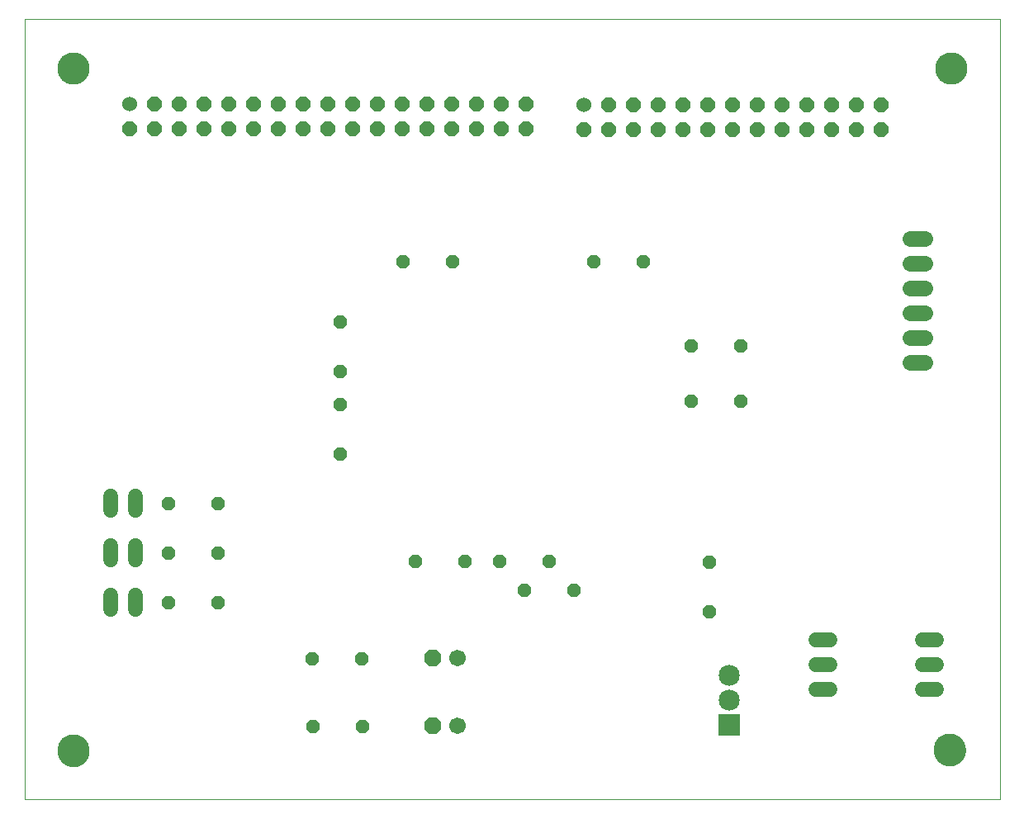
<source format=gbs>
G75*
%MOIN*%
%OFA0B0*%
%FSLAX25Y25*%
%IPPOS*%
%LPD*%
%AMOC8*
5,1,8,0,0,1.08239X$1,22.5*
%
%ADD10C,0.00000*%
%ADD11C,0.12998*%
%ADD12OC8,0.05600*%
%ADD13OC8,0.06700*%
%ADD14C,0.06700*%
%ADD15C,0.06000*%
%ADD16OC8,0.06000*%
%ADD17R,0.08500X0.08500*%
%ADD18C,0.08500*%
%ADD19C,0.06400*%
%ADD20C,0.06000*%
D10*
X0001000Y0001000D02*
X0001000Y0315961D01*
X0394701Y0315961D01*
X0394701Y0001000D01*
X0001000Y0001000D01*
X0014386Y0020685D02*
X0014388Y0020843D01*
X0014394Y0021001D01*
X0014404Y0021159D01*
X0014418Y0021317D01*
X0014436Y0021474D01*
X0014457Y0021631D01*
X0014483Y0021787D01*
X0014513Y0021943D01*
X0014546Y0022098D01*
X0014584Y0022251D01*
X0014625Y0022404D01*
X0014670Y0022556D01*
X0014719Y0022707D01*
X0014772Y0022856D01*
X0014828Y0023004D01*
X0014888Y0023150D01*
X0014952Y0023295D01*
X0015020Y0023438D01*
X0015091Y0023580D01*
X0015165Y0023720D01*
X0015243Y0023857D01*
X0015325Y0023993D01*
X0015409Y0024127D01*
X0015498Y0024258D01*
X0015589Y0024387D01*
X0015684Y0024514D01*
X0015781Y0024639D01*
X0015882Y0024761D01*
X0015986Y0024880D01*
X0016093Y0024997D01*
X0016203Y0025111D01*
X0016316Y0025222D01*
X0016431Y0025331D01*
X0016549Y0025436D01*
X0016670Y0025538D01*
X0016793Y0025638D01*
X0016919Y0025734D01*
X0017047Y0025827D01*
X0017177Y0025917D01*
X0017310Y0026003D01*
X0017445Y0026087D01*
X0017581Y0026166D01*
X0017720Y0026243D01*
X0017861Y0026315D01*
X0018003Y0026385D01*
X0018147Y0026450D01*
X0018293Y0026512D01*
X0018440Y0026570D01*
X0018589Y0026625D01*
X0018739Y0026676D01*
X0018890Y0026723D01*
X0019042Y0026766D01*
X0019195Y0026805D01*
X0019350Y0026841D01*
X0019505Y0026872D01*
X0019661Y0026900D01*
X0019817Y0026924D01*
X0019974Y0026944D01*
X0020132Y0026960D01*
X0020289Y0026972D01*
X0020448Y0026980D01*
X0020606Y0026984D01*
X0020764Y0026984D01*
X0020922Y0026980D01*
X0021081Y0026972D01*
X0021238Y0026960D01*
X0021396Y0026944D01*
X0021553Y0026924D01*
X0021709Y0026900D01*
X0021865Y0026872D01*
X0022020Y0026841D01*
X0022175Y0026805D01*
X0022328Y0026766D01*
X0022480Y0026723D01*
X0022631Y0026676D01*
X0022781Y0026625D01*
X0022930Y0026570D01*
X0023077Y0026512D01*
X0023223Y0026450D01*
X0023367Y0026385D01*
X0023509Y0026315D01*
X0023650Y0026243D01*
X0023789Y0026166D01*
X0023925Y0026087D01*
X0024060Y0026003D01*
X0024193Y0025917D01*
X0024323Y0025827D01*
X0024451Y0025734D01*
X0024577Y0025638D01*
X0024700Y0025538D01*
X0024821Y0025436D01*
X0024939Y0025331D01*
X0025054Y0025222D01*
X0025167Y0025111D01*
X0025277Y0024997D01*
X0025384Y0024880D01*
X0025488Y0024761D01*
X0025589Y0024639D01*
X0025686Y0024514D01*
X0025781Y0024387D01*
X0025872Y0024258D01*
X0025961Y0024127D01*
X0026045Y0023993D01*
X0026127Y0023857D01*
X0026205Y0023720D01*
X0026279Y0023580D01*
X0026350Y0023438D01*
X0026418Y0023295D01*
X0026482Y0023150D01*
X0026542Y0023004D01*
X0026598Y0022856D01*
X0026651Y0022707D01*
X0026700Y0022556D01*
X0026745Y0022404D01*
X0026786Y0022251D01*
X0026824Y0022098D01*
X0026857Y0021943D01*
X0026887Y0021787D01*
X0026913Y0021631D01*
X0026934Y0021474D01*
X0026952Y0021317D01*
X0026966Y0021159D01*
X0026976Y0021001D01*
X0026982Y0020843D01*
X0026984Y0020685D01*
X0026982Y0020527D01*
X0026976Y0020369D01*
X0026966Y0020211D01*
X0026952Y0020053D01*
X0026934Y0019896D01*
X0026913Y0019739D01*
X0026887Y0019583D01*
X0026857Y0019427D01*
X0026824Y0019272D01*
X0026786Y0019119D01*
X0026745Y0018966D01*
X0026700Y0018814D01*
X0026651Y0018663D01*
X0026598Y0018514D01*
X0026542Y0018366D01*
X0026482Y0018220D01*
X0026418Y0018075D01*
X0026350Y0017932D01*
X0026279Y0017790D01*
X0026205Y0017650D01*
X0026127Y0017513D01*
X0026045Y0017377D01*
X0025961Y0017243D01*
X0025872Y0017112D01*
X0025781Y0016983D01*
X0025686Y0016856D01*
X0025589Y0016731D01*
X0025488Y0016609D01*
X0025384Y0016490D01*
X0025277Y0016373D01*
X0025167Y0016259D01*
X0025054Y0016148D01*
X0024939Y0016039D01*
X0024821Y0015934D01*
X0024700Y0015832D01*
X0024577Y0015732D01*
X0024451Y0015636D01*
X0024323Y0015543D01*
X0024193Y0015453D01*
X0024060Y0015367D01*
X0023925Y0015283D01*
X0023789Y0015204D01*
X0023650Y0015127D01*
X0023509Y0015055D01*
X0023367Y0014985D01*
X0023223Y0014920D01*
X0023077Y0014858D01*
X0022930Y0014800D01*
X0022781Y0014745D01*
X0022631Y0014694D01*
X0022480Y0014647D01*
X0022328Y0014604D01*
X0022175Y0014565D01*
X0022020Y0014529D01*
X0021865Y0014498D01*
X0021709Y0014470D01*
X0021553Y0014446D01*
X0021396Y0014426D01*
X0021238Y0014410D01*
X0021081Y0014398D01*
X0020922Y0014390D01*
X0020764Y0014386D01*
X0020606Y0014386D01*
X0020448Y0014390D01*
X0020289Y0014398D01*
X0020132Y0014410D01*
X0019974Y0014426D01*
X0019817Y0014446D01*
X0019661Y0014470D01*
X0019505Y0014498D01*
X0019350Y0014529D01*
X0019195Y0014565D01*
X0019042Y0014604D01*
X0018890Y0014647D01*
X0018739Y0014694D01*
X0018589Y0014745D01*
X0018440Y0014800D01*
X0018293Y0014858D01*
X0018147Y0014920D01*
X0018003Y0014985D01*
X0017861Y0015055D01*
X0017720Y0015127D01*
X0017581Y0015204D01*
X0017445Y0015283D01*
X0017310Y0015367D01*
X0017177Y0015453D01*
X0017047Y0015543D01*
X0016919Y0015636D01*
X0016793Y0015732D01*
X0016670Y0015832D01*
X0016549Y0015934D01*
X0016431Y0016039D01*
X0016316Y0016148D01*
X0016203Y0016259D01*
X0016093Y0016373D01*
X0015986Y0016490D01*
X0015882Y0016609D01*
X0015781Y0016731D01*
X0015684Y0016856D01*
X0015589Y0016983D01*
X0015498Y0017112D01*
X0015409Y0017243D01*
X0015325Y0017377D01*
X0015243Y0017513D01*
X0015165Y0017650D01*
X0015091Y0017790D01*
X0015020Y0017932D01*
X0014952Y0018075D01*
X0014888Y0018220D01*
X0014828Y0018366D01*
X0014772Y0018514D01*
X0014719Y0018663D01*
X0014670Y0018814D01*
X0014625Y0018966D01*
X0014584Y0019119D01*
X0014546Y0019272D01*
X0014513Y0019427D01*
X0014483Y0019583D01*
X0014457Y0019739D01*
X0014436Y0019896D01*
X0014418Y0020053D01*
X0014404Y0020211D01*
X0014394Y0020369D01*
X0014388Y0020527D01*
X0014386Y0020685D01*
X0014386Y0296276D02*
X0014388Y0296434D01*
X0014394Y0296592D01*
X0014404Y0296750D01*
X0014418Y0296908D01*
X0014436Y0297065D01*
X0014457Y0297222D01*
X0014483Y0297378D01*
X0014513Y0297534D01*
X0014546Y0297689D01*
X0014584Y0297842D01*
X0014625Y0297995D01*
X0014670Y0298147D01*
X0014719Y0298298D01*
X0014772Y0298447D01*
X0014828Y0298595D01*
X0014888Y0298741D01*
X0014952Y0298886D01*
X0015020Y0299029D01*
X0015091Y0299171D01*
X0015165Y0299311D01*
X0015243Y0299448D01*
X0015325Y0299584D01*
X0015409Y0299718D01*
X0015498Y0299849D01*
X0015589Y0299978D01*
X0015684Y0300105D01*
X0015781Y0300230D01*
X0015882Y0300352D01*
X0015986Y0300471D01*
X0016093Y0300588D01*
X0016203Y0300702D01*
X0016316Y0300813D01*
X0016431Y0300922D01*
X0016549Y0301027D01*
X0016670Y0301129D01*
X0016793Y0301229D01*
X0016919Y0301325D01*
X0017047Y0301418D01*
X0017177Y0301508D01*
X0017310Y0301594D01*
X0017445Y0301678D01*
X0017581Y0301757D01*
X0017720Y0301834D01*
X0017861Y0301906D01*
X0018003Y0301976D01*
X0018147Y0302041D01*
X0018293Y0302103D01*
X0018440Y0302161D01*
X0018589Y0302216D01*
X0018739Y0302267D01*
X0018890Y0302314D01*
X0019042Y0302357D01*
X0019195Y0302396D01*
X0019350Y0302432D01*
X0019505Y0302463D01*
X0019661Y0302491D01*
X0019817Y0302515D01*
X0019974Y0302535D01*
X0020132Y0302551D01*
X0020289Y0302563D01*
X0020448Y0302571D01*
X0020606Y0302575D01*
X0020764Y0302575D01*
X0020922Y0302571D01*
X0021081Y0302563D01*
X0021238Y0302551D01*
X0021396Y0302535D01*
X0021553Y0302515D01*
X0021709Y0302491D01*
X0021865Y0302463D01*
X0022020Y0302432D01*
X0022175Y0302396D01*
X0022328Y0302357D01*
X0022480Y0302314D01*
X0022631Y0302267D01*
X0022781Y0302216D01*
X0022930Y0302161D01*
X0023077Y0302103D01*
X0023223Y0302041D01*
X0023367Y0301976D01*
X0023509Y0301906D01*
X0023650Y0301834D01*
X0023789Y0301757D01*
X0023925Y0301678D01*
X0024060Y0301594D01*
X0024193Y0301508D01*
X0024323Y0301418D01*
X0024451Y0301325D01*
X0024577Y0301229D01*
X0024700Y0301129D01*
X0024821Y0301027D01*
X0024939Y0300922D01*
X0025054Y0300813D01*
X0025167Y0300702D01*
X0025277Y0300588D01*
X0025384Y0300471D01*
X0025488Y0300352D01*
X0025589Y0300230D01*
X0025686Y0300105D01*
X0025781Y0299978D01*
X0025872Y0299849D01*
X0025961Y0299718D01*
X0026045Y0299584D01*
X0026127Y0299448D01*
X0026205Y0299311D01*
X0026279Y0299171D01*
X0026350Y0299029D01*
X0026418Y0298886D01*
X0026482Y0298741D01*
X0026542Y0298595D01*
X0026598Y0298447D01*
X0026651Y0298298D01*
X0026700Y0298147D01*
X0026745Y0297995D01*
X0026786Y0297842D01*
X0026824Y0297689D01*
X0026857Y0297534D01*
X0026887Y0297378D01*
X0026913Y0297222D01*
X0026934Y0297065D01*
X0026952Y0296908D01*
X0026966Y0296750D01*
X0026976Y0296592D01*
X0026982Y0296434D01*
X0026984Y0296276D01*
X0026982Y0296118D01*
X0026976Y0295960D01*
X0026966Y0295802D01*
X0026952Y0295644D01*
X0026934Y0295487D01*
X0026913Y0295330D01*
X0026887Y0295174D01*
X0026857Y0295018D01*
X0026824Y0294863D01*
X0026786Y0294710D01*
X0026745Y0294557D01*
X0026700Y0294405D01*
X0026651Y0294254D01*
X0026598Y0294105D01*
X0026542Y0293957D01*
X0026482Y0293811D01*
X0026418Y0293666D01*
X0026350Y0293523D01*
X0026279Y0293381D01*
X0026205Y0293241D01*
X0026127Y0293104D01*
X0026045Y0292968D01*
X0025961Y0292834D01*
X0025872Y0292703D01*
X0025781Y0292574D01*
X0025686Y0292447D01*
X0025589Y0292322D01*
X0025488Y0292200D01*
X0025384Y0292081D01*
X0025277Y0291964D01*
X0025167Y0291850D01*
X0025054Y0291739D01*
X0024939Y0291630D01*
X0024821Y0291525D01*
X0024700Y0291423D01*
X0024577Y0291323D01*
X0024451Y0291227D01*
X0024323Y0291134D01*
X0024193Y0291044D01*
X0024060Y0290958D01*
X0023925Y0290874D01*
X0023789Y0290795D01*
X0023650Y0290718D01*
X0023509Y0290646D01*
X0023367Y0290576D01*
X0023223Y0290511D01*
X0023077Y0290449D01*
X0022930Y0290391D01*
X0022781Y0290336D01*
X0022631Y0290285D01*
X0022480Y0290238D01*
X0022328Y0290195D01*
X0022175Y0290156D01*
X0022020Y0290120D01*
X0021865Y0290089D01*
X0021709Y0290061D01*
X0021553Y0290037D01*
X0021396Y0290017D01*
X0021238Y0290001D01*
X0021081Y0289989D01*
X0020922Y0289981D01*
X0020764Y0289977D01*
X0020606Y0289977D01*
X0020448Y0289981D01*
X0020289Y0289989D01*
X0020132Y0290001D01*
X0019974Y0290017D01*
X0019817Y0290037D01*
X0019661Y0290061D01*
X0019505Y0290089D01*
X0019350Y0290120D01*
X0019195Y0290156D01*
X0019042Y0290195D01*
X0018890Y0290238D01*
X0018739Y0290285D01*
X0018589Y0290336D01*
X0018440Y0290391D01*
X0018293Y0290449D01*
X0018147Y0290511D01*
X0018003Y0290576D01*
X0017861Y0290646D01*
X0017720Y0290718D01*
X0017581Y0290795D01*
X0017445Y0290874D01*
X0017310Y0290958D01*
X0017177Y0291044D01*
X0017047Y0291134D01*
X0016919Y0291227D01*
X0016793Y0291323D01*
X0016670Y0291423D01*
X0016549Y0291525D01*
X0016431Y0291630D01*
X0016316Y0291739D01*
X0016203Y0291850D01*
X0016093Y0291964D01*
X0015986Y0292081D01*
X0015882Y0292200D01*
X0015781Y0292322D01*
X0015684Y0292447D01*
X0015589Y0292574D01*
X0015498Y0292703D01*
X0015409Y0292834D01*
X0015325Y0292968D01*
X0015243Y0293104D01*
X0015165Y0293241D01*
X0015091Y0293381D01*
X0015020Y0293523D01*
X0014952Y0293666D01*
X0014888Y0293811D01*
X0014828Y0293957D01*
X0014772Y0294105D01*
X0014719Y0294254D01*
X0014670Y0294405D01*
X0014625Y0294557D01*
X0014584Y0294710D01*
X0014546Y0294863D01*
X0014513Y0295018D01*
X0014483Y0295174D01*
X0014457Y0295330D01*
X0014436Y0295487D01*
X0014418Y0295644D01*
X0014404Y0295802D01*
X0014394Y0295960D01*
X0014388Y0296118D01*
X0014386Y0296276D01*
X0368717Y0296276D02*
X0368719Y0296434D01*
X0368725Y0296592D01*
X0368735Y0296750D01*
X0368749Y0296908D01*
X0368767Y0297065D01*
X0368788Y0297222D01*
X0368814Y0297378D01*
X0368844Y0297534D01*
X0368877Y0297689D01*
X0368915Y0297842D01*
X0368956Y0297995D01*
X0369001Y0298147D01*
X0369050Y0298298D01*
X0369103Y0298447D01*
X0369159Y0298595D01*
X0369219Y0298741D01*
X0369283Y0298886D01*
X0369351Y0299029D01*
X0369422Y0299171D01*
X0369496Y0299311D01*
X0369574Y0299448D01*
X0369656Y0299584D01*
X0369740Y0299718D01*
X0369829Y0299849D01*
X0369920Y0299978D01*
X0370015Y0300105D01*
X0370112Y0300230D01*
X0370213Y0300352D01*
X0370317Y0300471D01*
X0370424Y0300588D01*
X0370534Y0300702D01*
X0370647Y0300813D01*
X0370762Y0300922D01*
X0370880Y0301027D01*
X0371001Y0301129D01*
X0371124Y0301229D01*
X0371250Y0301325D01*
X0371378Y0301418D01*
X0371508Y0301508D01*
X0371641Y0301594D01*
X0371776Y0301678D01*
X0371912Y0301757D01*
X0372051Y0301834D01*
X0372192Y0301906D01*
X0372334Y0301976D01*
X0372478Y0302041D01*
X0372624Y0302103D01*
X0372771Y0302161D01*
X0372920Y0302216D01*
X0373070Y0302267D01*
X0373221Y0302314D01*
X0373373Y0302357D01*
X0373526Y0302396D01*
X0373681Y0302432D01*
X0373836Y0302463D01*
X0373992Y0302491D01*
X0374148Y0302515D01*
X0374305Y0302535D01*
X0374463Y0302551D01*
X0374620Y0302563D01*
X0374779Y0302571D01*
X0374937Y0302575D01*
X0375095Y0302575D01*
X0375253Y0302571D01*
X0375412Y0302563D01*
X0375569Y0302551D01*
X0375727Y0302535D01*
X0375884Y0302515D01*
X0376040Y0302491D01*
X0376196Y0302463D01*
X0376351Y0302432D01*
X0376506Y0302396D01*
X0376659Y0302357D01*
X0376811Y0302314D01*
X0376962Y0302267D01*
X0377112Y0302216D01*
X0377261Y0302161D01*
X0377408Y0302103D01*
X0377554Y0302041D01*
X0377698Y0301976D01*
X0377840Y0301906D01*
X0377981Y0301834D01*
X0378120Y0301757D01*
X0378256Y0301678D01*
X0378391Y0301594D01*
X0378524Y0301508D01*
X0378654Y0301418D01*
X0378782Y0301325D01*
X0378908Y0301229D01*
X0379031Y0301129D01*
X0379152Y0301027D01*
X0379270Y0300922D01*
X0379385Y0300813D01*
X0379498Y0300702D01*
X0379608Y0300588D01*
X0379715Y0300471D01*
X0379819Y0300352D01*
X0379920Y0300230D01*
X0380017Y0300105D01*
X0380112Y0299978D01*
X0380203Y0299849D01*
X0380292Y0299718D01*
X0380376Y0299584D01*
X0380458Y0299448D01*
X0380536Y0299311D01*
X0380610Y0299171D01*
X0380681Y0299029D01*
X0380749Y0298886D01*
X0380813Y0298741D01*
X0380873Y0298595D01*
X0380929Y0298447D01*
X0380982Y0298298D01*
X0381031Y0298147D01*
X0381076Y0297995D01*
X0381117Y0297842D01*
X0381155Y0297689D01*
X0381188Y0297534D01*
X0381218Y0297378D01*
X0381244Y0297222D01*
X0381265Y0297065D01*
X0381283Y0296908D01*
X0381297Y0296750D01*
X0381307Y0296592D01*
X0381313Y0296434D01*
X0381315Y0296276D01*
X0381313Y0296118D01*
X0381307Y0295960D01*
X0381297Y0295802D01*
X0381283Y0295644D01*
X0381265Y0295487D01*
X0381244Y0295330D01*
X0381218Y0295174D01*
X0381188Y0295018D01*
X0381155Y0294863D01*
X0381117Y0294710D01*
X0381076Y0294557D01*
X0381031Y0294405D01*
X0380982Y0294254D01*
X0380929Y0294105D01*
X0380873Y0293957D01*
X0380813Y0293811D01*
X0380749Y0293666D01*
X0380681Y0293523D01*
X0380610Y0293381D01*
X0380536Y0293241D01*
X0380458Y0293104D01*
X0380376Y0292968D01*
X0380292Y0292834D01*
X0380203Y0292703D01*
X0380112Y0292574D01*
X0380017Y0292447D01*
X0379920Y0292322D01*
X0379819Y0292200D01*
X0379715Y0292081D01*
X0379608Y0291964D01*
X0379498Y0291850D01*
X0379385Y0291739D01*
X0379270Y0291630D01*
X0379152Y0291525D01*
X0379031Y0291423D01*
X0378908Y0291323D01*
X0378782Y0291227D01*
X0378654Y0291134D01*
X0378524Y0291044D01*
X0378391Y0290958D01*
X0378256Y0290874D01*
X0378120Y0290795D01*
X0377981Y0290718D01*
X0377840Y0290646D01*
X0377698Y0290576D01*
X0377554Y0290511D01*
X0377408Y0290449D01*
X0377261Y0290391D01*
X0377112Y0290336D01*
X0376962Y0290285D01*
X0376811Y0290238D01*
X0376659Y0290195D01*
X0376506Y0290156D01*
X0376351Y0290120D01*
X0376196Y0290089D01*
X0376040Y0290061D01*
X0375884Y0290037D01*
X0375727Y0290017D01*
X0375569Y0290001D01*
X0375412Y0289989D01*
X0375253Y0289981D01*
X0375095Y0289977D01*
X0374937Y0289977D01*
X0374779Y0289981D01*
X0374620Y0289989D01*
X0374463Y0290001D01*
X0374305Y0290017D01*
X0374148Y0290037D01*
X0373992Y0290061D01*
X0373836Y0290089D01*
X0373681Y0290120D01*
X0373526Y0290156D01*
X0373373Y0290195D01*
X0373221Y0290238D01*
X0373070Y0290285D01*
X0372920Y0290336D01*
X0372771Y0290391D01*
X0372624Y0290449D01*
X0372478Y0290511D01*
X0372334Y0290576D01*
X0372192Y0290646D01*
X0372051Y0290718D01*
X0371912Y0290795D01*
X0371776Y0290874D01*
X0371641Y0290958D01*
X0371508Y0291044D01*
X0371378Y0291134D01*
X0371250Y0291227D01*
X0371124Y0291323D01*
X0371001Y0291423D01*
X0370880Y0291525D01*
X0370762Y0291630D01*
X0370647Y0291739D01*
X0370534Y0291850D01*
X0370424Y0291964D01*
X0370317Y0292081D01*
X0370213Y0292200D01*
X0370112Y0292322D01*
X0370015Y0292447D01*
X0369920Y0292574D01*
X0369829Y0292703D01*
X0369740Y0292834D01*
X0369656Y0292968D01*
X0369574Y0293104D01*
X0369496Y0293241D01*
X0369422Y0293381D01*
X0369351Y0293523D01*
X0369283Y0293666D01*
X0369219Y0293811D01*
X0369159Y0293957D01*
X0369103Y0294105D01*
X0369050Y0294254D01*
X0369001Y0294405D01*
X0368956Y0294557D01*
X0368915Y0294710D01*
X0368877Y0294863D01*
X0368844Y0295018D01*
X0368814Y0295174D01*
X0368788Y0295330D01*
X0368767Y0295487D01*
X0368749Y0295644D01*
X0368735Y0295802D01*
X0368725Y0295960D01*
X0368719Y0296118D01*
X0368717Y0296276D01*
X0368115Y0021008D02*
X0368117Y0021166D01*
X0368123Y0021324D01*
X0368133Y0021482D01*
X0368147Y0021640D01*
X0368165Y0021797D01*
X0368186Y0021954D01*
X0368212Y0022110D01*
X0368242Y0022266D01*
X0368275Y0022421D01*
X0368313Y0022574D01*
X0368354Y0022727D01*
X0368399Y0022879D01*
X0368448Y0023030D01*
X0368501Y0023179D01*
X0368557Y0023327D01*
X0368617Y0023473D01*
X0368681Y0023618D01*
X0368749Y0023761D01*
X0368820Y0023903D01*
X0368894Y0024043D01*
X0368972Y0024180D01*
X0369054Y0024316D01*
X0369138Y0024450D01*
X0369227Y0024581D01*
X0369318Y0024710D01*
X0369413Y0024837D01*
X0369510Y0024962D01*
X0369611Y0025084D01*
X0369715Y0025203D01*
X0369822Y0025320D01*
X0369932Y0025434D01*
X0370045Y0025545D01*
X0370160Y0025654D01*
X0370278Y0025759D01*
X0370399Y0025861D01*
X0370522Y0025961D01*
X0370648Y0026057D01*
X0370776Y0026150D01*
X0370906Y0026240D01*
X0371039Y0026326D01*
X0371174Y0026410D01*
X0371310Y0026489D01*
X0371449Y0026566D01*
X0371590Y0026638D01*
X0371732Y0026708D01*
X0371876Y0026773D01*
X0372022Y0026835D01*
X0372169Y0026893D01*
X0372318Y0026948D01*
X0372468Y0026999D01*
X0372619Y0027046D01*
X0372771Y0027089D01*
X0372924Y0027128D01*
X0373079Y0027164D01*
X0373234Y0027195D01*
X0373390Y0027223D01*
X0373546Y0027247D01*
X0373703Y0027267D01*
X0373861Y0027283D01*
X0374018Y0027295D01*
X0374177Y0027303D01*
X0374335Y0027307D01*
X0374493Y0027307D01*
X0374651Y0027303D01*
X0374810Y0027295D01*
X0374967Y0027283D01*
X0375125Y0027267D01*
X0375282Y0027247D01*
X0375438Y0027223D01*
X0375594Y0027195D01*
X0375749Y0027164D01*
X0375904Y0027128D01*
X0376057Y0027089D01*
X0376209Y0027046D01*
X0376360Y0026999D01*
X0376510Y0026948D01*
X0376659Y0026893D01*
X0376806Y0026835D01*
X0376952Y0026773D01*
X0377096Y0026708D01*
X0377238Y0026638D01*
X0377379Y0026566D01*
X0377518Y0026489D01*
X0377654Y0026410D01*
X0377789Y0026326D01*
X0377922Y0026240D01*
X0378052Y0026150D01*
X0378180Y0026057D01*
X0378306Y0025961D01*
X0378429Y0025861D01*
X0378550Y0025759D01*
X0378668Y0025654D01*
X0378783Y0025545D01*
X0378896Y0025434D01*
X0379006Y0025320D01*
X0379113Y0025203D01*
X0379217Y0025084D01*
X0379318Y0024962D01*
X0379415Y0024837D01*
X0379510Y0024710D01*
X0379601Y0024581D01*
X0379690Y0024450D01*
X0379774Y0024316D01*
X0379856Y0024180D01*
X0379934Y0024043D01*
X0380008Y0023903D01*
X0380079Y0023761D01*
X0380147Y0023618D01*
X0380211Y0023473D01*
X0380271Y0023327D01*
X0380327Y0023179D01*
X0380380Y0023030D01*
X0380429Y0022879D01*
X0380474Y0022727D01*
X0380515Y0022574D01*
X0380553Y0022421D01*
X0380586Y0022266D01*
X0380616Y0022110D01*
X0380642Y0021954D01*
X0380663Y0021797D01*
X0380681Y0021640D01*
X0380695Y0021482D01*
X0380705Y0021324D01*
X0380711Y0021166D01*
X0380713Y0021008D01*
X0380711Y0020850D01*
X0380705Y0020692D01*
X0380695Y0020534D01*
X0380681Y0020376D01*
X0380663Y0020219D01*
X0380642Y0020062D01*
X0380616Y0019906D01*
X0380586Y0019750D01*
X0380553Y0019595D01*
X0380515Y0019442D01*
X0380474Y0019289D01*
X0380429Y0019137D01*
X0380380Y0018986D01*
X0380327Y0018837D01*
X0380271Y0018689D01*
X0380211Y0018543D01*
X0380147Y0018398D01*
X0380079Y0018255D01*
X0380008Y0018113D01*
X0379934Y0017973D01*
X0379856Y0017836D01*
X0379774Y0017700D01*
X0379690Y0017566D01*
X0379601Y0017435D01*
X0379510Y0017306D01*
X0379415Y0017179D01*
X0379318Y0017054D01*
X0379217Y0016932D01*
X0379113Y0016813D01*
X0379006Y0016696D01*
X0378896Y0016582D01*
X0378783Y0016471D01*
X0378668Y0016362D01*
X0378550Y0016257D01*
X0378429Y0016155D01*
X0378306Y0016055D01*
X0378180Y0015959D01*
X0378052Y0015866D01*
X0377922Y0015776D01*
X0377789Y0015690D01*
X0377654Y0015606D01*
X0377518Y0015527D01*
X0377379Y0015450D01*
X0377238Y0015378D01*
X0377096Y0015308D01*
X0376952Y0015243D01*
X0376806Y0015181D01*
X0376659Y0015123D01*
X0376510Y0015068D01*
X0376360Y0015017D01*
X0376209Y0014970D01*
X0376057Y0014927D01*
X0375904Y0014888D01*
X0375749Y0014852D01*
X0375594Y0014821D01*
X0375438Y0014793D01*
X0375282Y0014769D01*
X0375125Y0014749D01*
X0374967Y0014733D01*
X0374810Y0014721D01*
X0374651Y0014713D01*
X0374493Y0014709D01*
X0374335Y0014709D01*
X0374177Y0014713D01*
X0374018Y0014721D01*
X0373861Y0014733D01*
X0373703Y0014749D01*
X0373546Y0014769D01*
X0373390Y0014793D01*
X0373234Y0014821D01*
X0373079Y0014852D01*
X0372924Y0014888D01*
X0372771Y0014927D01*
X0372619Y0014970D01*
X0372468Y0015017D01*
X0372318Y0015068D01*
X0372169Y0015123D01*
X0372022Y0015181D01*
X0371876Y0015243D01*
X0371732Y0015308D01*
X0371590Y0015378D01*
X0371449Y0015450D01*
X0371310Y0015527D01*
X0371174Y0015606D01*
X0371039Y0015690D01*
X0370906Y0015776D01*
X0370776Y0015866D01*
X0370648Y0015959D01*
X0370522Y0016055D01*
X0370399Y0016155D01*
X0370278Y0016257D01*
X0370160Y0016362D01*
X0370045Y0016471D01*
X0369932Y0016582D01*
X0369822Y0016696D01*
X0369715Y0016813D01*
X0369611Y0016932D01*
X0369510Y0017054D01*
X0369413Y0017179D01*
X0369318Y0017306D01*
X0369227Y0017435D01*
X0369138Y0017566D01*
X0369054Y0017700D01*
X0368972Y0017836D01*
X0368894Y0017973D01*
X0368820Y0018113D01*
X0368749Y0018255D01*
X0368681Y0018398D01*
X0368617Y0018543D01*
X0368557Y0018689D01*
X0368501Y0018837D01*
X0368448Y0018986D01*
X0368399Y0019137D01*
X0368354Y0019289D01*
X0368313Y0019442D01*
X0368275Y0019595D01*
X0368242Y0019750D01*
X0368212Y0019906D01*
X0368186Y0020062D01*
X0368165Y0020219D01*
X0368147Y0020376D01*
X0368133Y0020534D01*
X0368123Y0020692D01*
X0368117Y0020850D01*
X0368115Y0021008D01*
D11*
X0374414Y0021008D03*
X0375016Y0296276D03*
X0020685Y0296276D03*
X0020685Y0020685D03*
D12*
X0059199Y0080504D03*
X0059199Y0100504D03*
X0079199Y0100504D03*
X0079199Y0080504D03*
X0117297Y0057664D03*
X0137297Y0057664D03*
X0137510Y0030440D03*
X0117510Y0030440D03*
X0158761Y0097123D03*
X0178761Y0097123D03*
X0192662Y0097064D03*
X0202944Y0085586D03*
X0212662Y0097064D03*
X0222944Y0085586D03*
X0277566Y0076696D03*
X0277566Y0096696D03*
X0270111Y0161877D03*
X0290111Y0161877D03*
X0290141Y0183961D03*
X0270141Y0183961D03*
X0250882Y0218030D03*
X0230882Y0218030D03*
X0173884Y0218035D03*
X0153884Y0218035D03*
X0128585Y0193882D03*
X0128585Y0173882D03*
X0128571Y0160608D03*
X0128571Y0140608D03*
X0079199Y0120504D03*
X0059199Y0120504D03*
D13*
X0165757Y0057994D03*
X0165891Y0030636D03*
D14*
X0175891Y0030636D03*
X0175757Y0057994D03*
D15*
X0226942Y0281463D03*
X0043572Y0281692D03*
D16*
X0053572Y0281692D03*
X0063572Y0281692D03*
X0073572Y0281692D03*
X0083572Y0281692D03*
X0093572Y0281692D03*
X0103572Y0281692D03*
X0113572Y0281692D03*
X0123572Y0281692D03*
X0133572Y0281692D03*
X0143572Y0281692D03*
X0153572Y0281692D03*
X0163572Y0281692D03*
X0173572Y0281692D03*
X0183572Y0281692D03*
X0193572Y0281692D03*
X0203572Y0281692D03*
X0203572Y0271692D03*
X0193572Y0271692D03*
X0183572Y0271692D03*
X0173572Y0271692D03*
X0163572Y0271692D03*
X0153572Y0271692D03*
X0143572Y0271692D03*
X0133572Y0271692D03*
X0123572Y0271692D03*
X0113572Y0271692D03*
X0103572Y0271692D03*
X0093572Y0271692D03*
X0083572Y0271692D03*
X0073572Y0271692D03*
X0063572Y0271692D03*
X0053572Y0271692D03*
X0043572Y0271692D03*
X0226942Y0271463D03*
X0236942Y0271463D03*
X0236942Y0281463D03*
X0246942Y0281463D03*
X0256942Y0281463D03*
X0256942Y0271463D03*
X0246942Y0271463D03*
X0266942Y0271463D03*
X0276942Y0271463D03*
X0276942Y0281463D03*
X0266942Y0281463D03*
X0286942Y0281463D03*
X0286942Y0271463D03*
X0296942Y0271463D03*
X0306942Y0271463D03*
X0306942Y0281463D03*
X0296942Y0281463D03*
X0316942Y0281463D03*
X0326942Y0281463D03*
X0326942Y0271463D03*
X0316942Y0271463D03*
X0336942Y0271463D03*
X0346942Y0271463D03*
X0346942Y0281463D03*
X0336942Y0281463D03*
D17*
X0285558Y0031089D03*
D18*
X0285558Y0041089D03*
X0285558Y0051089D03*
D19*
X0358440Y0177527D02*
X0364440Y0177527D01*
X0364440Y0187527D02*
X0358440Y0187527D01*
X0358440Y0197527D02*
X0364440Y0197527D01*
X0364440Y0207527D02*
X0358440Y0207527D01*
X0358440Y0217527D02*
X0364440Y0217527D01*
X0364440Y0227527D02*
X0358440Y0227527D01*
D20*
X0363593Y0065445D02*
X0369193Y0065445D01*
X0369193Y0055445D02*
X0363593Y0055445D01*
X0363593Y0045445D02*
X0369193Y0045445D01*
X0326244Y0045437D02*
X0320644Y0045437D01*
X0320644Y0055437D02*
X0326244Y0055437D01*
X0326244Y0065437D02*
X0320644Y0065437D01*
X0045964Y0077760D02*
X0045964Y0083360D01*
X0035964Y0083360D02*
X0035964Y0077760D01*
X0035964Y0097760D02*
X0035964Y0103360D01*
X0045964Y0103360D02*
X0045964Y0097760D01*
X0045964Y0117760D02*
X0045964Y0123360D01*
X0035964Y0123360D02*
X0035964Y0117760D01*
M02*

</source>
